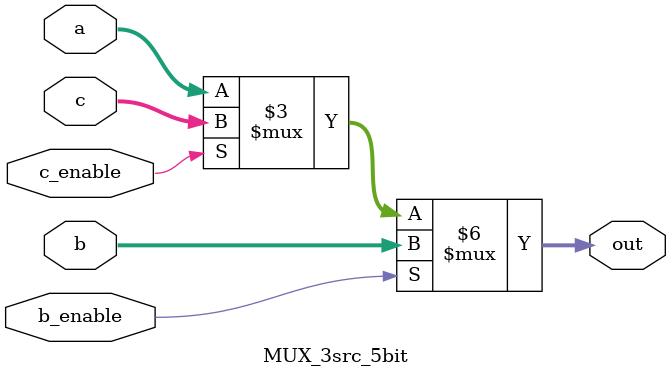
<source format=v>
module MUX(
    input[31:0]a,
    input[31:0]b,
    input switch,
    
    output reg[31:0]out
);

always@(*) begin
    if(switch)
        out<=b;
    else 
        out<=a;
end

endmodule

module MUX_3src_5bit(
    input[4:0]a,
    input[4:0]b,
    input[4:0]c,
    input b_enable,
    input c_enable,
    
    output reg[4:0]out
);

always@(*) begin
    if(b_enable)
        out<=b;
    else if(c_enable)
        out<=c;
    else out<=a;
end

endmodule
</source>
